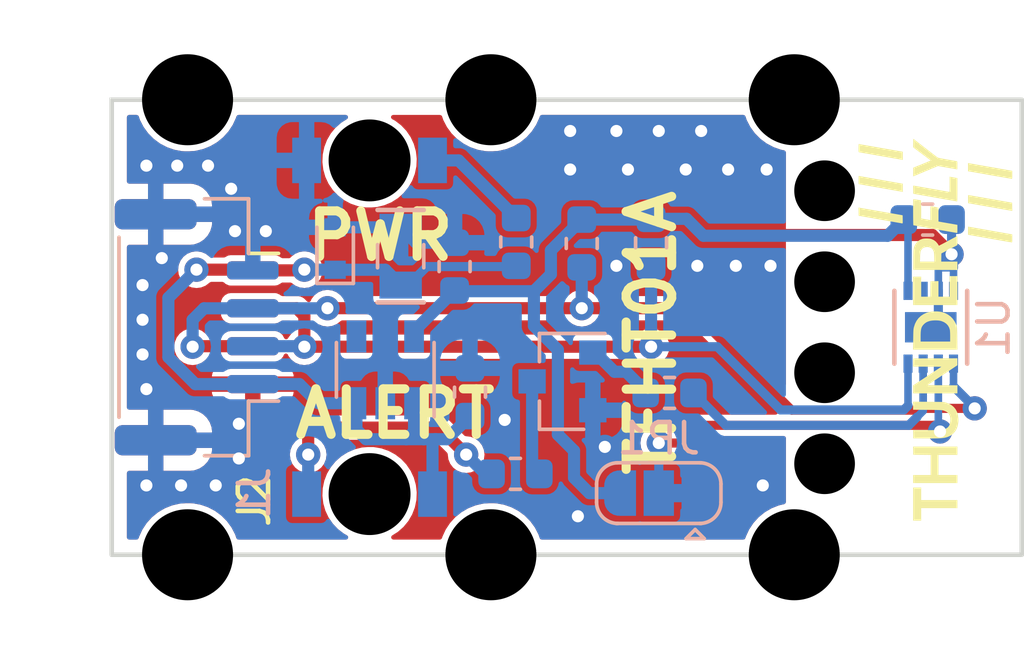
<source format=kicad_pcb>
(kicad_pcb (version 20210228) (generator pcbnew)
  (title_block (title "NAME") (date "%d. %m. %Y") (rev "REV") (company "Mlab www.mlab.cz") (comment 1 "VERSION") (comment 2 "Short description\\nTwo lines are maximum") (comment 3 "nickname <email@example.com>"))
  (layers (0 "F.Cu" jumper) (31 "B.Cu" signal) (36 "B.SilkS" user "B.Silkscreen") (37 "F.SilkS" user "F.Silkscreen") (38 "B.Mask" user) (39 "F.Mask" user) (44 "Edge.Cuts" user))
  (net 0 "")
  (net 1 "GND")
  (net 2 "Net-(D2-Pad2)")
  (net 3 "Net-(D3-Pad1)")
  (net 4 "+3V3")
  (net 5 "+5V")
  (net 6 "/SDA")
  (net 7 "/SCL")
  (net 8 "Net-(Q1-Pad1)")
  (net 9 "Net-(JP1-Pad2)")
  (net 10 "Net-(Q1-Pad3)")
  (net 11 "/ALERT")
  (footprint "MLAB_LOGA:TF 14x6,6" (layer "F.Cu") (at 27.1526 -7.3406 90)
    (fp_text reference "G***" hide)
    (fp_text value "LOGO" hide)
  )
  (footprint "Mlab_Mechanical:dira_2mm" (layer "F.Cu") (at 23.5 -12)
    (fp_text reference "REF**" hide)
    (fp_text value "dira_2mm" hide)
    (pad "" np_thru_hole circle locked (at 0 0) (size 2 2) (drill 2) (layers *.Mask))
  )
  (footprint "Mlab_Mechanical:dira_3mm" (layer "F.Cu") (at 12.5 -15)
    (fp_text reference "M4" hide)
    (fp_text value "M3" hide)
    (pad "" np_thru_hole circle locked (at 0 0) (size 3 3) (drill 3) (layers *.Mask))
  )
  (footprint "Connector_JST:JST_GH_SM04B-GHS-TB_1x04-1MP_P1.25mm_Horizontal" (layer "F.Cu") (at 2.8 -7.5 -90)
    (fp_text reference "J2" (at 5.722 -1.899 90) (layer "F.SilkS"))
    (fp_text value "SM04B-GHS-TB" hide)
    (pad "1" smd roundrect locked (at -1.875 -1.85 270) (size 0.6 1.7) (layers "F.Cu" "F.Paste" "F.Mask") (net 5 "+5V"))
    (pad "2" smd roundrect locked (at -0.625 -1.85 270) (size 0.6 1.7) (layers "F.Cu" "F.Paste" "F.Mask") (net 7 "/SCL"))
    (pad "3" smd roundrect locked (at 0.625 -1.85 270) (size 0.6 1.7) (layers "F.Cu" "F.Paste" "F.Mask") (net 6 "/SDA"))
    (pad "4" smd roundrect locked (at 1.875 -1.85 270) (size 0.6 1.7) (layers "F.Cu" "F.Paste" "F.Mask") (net 1 "GND"))
    (pad "MP" smd roundrect locked (at -3.725 1.35 270) (size 1 2.7) (layers "F.Cu" "F.Paste" "F.Mask") (net 1 "GND"))
    (pad "MP" smd roundrect locked (at 3.725 1.35 270) (size 1 2.7) (layers "F.Cu" "F.Paste" "F.Mask") (net 1 "GND"))
  )
  (footprint "Mlab_Mechanical:dira_3mm" (layer "F.Cu") (at 12.5 0)
    (fp_text reference "M2" hide)
    (fp_text value "M3" hide)
    (pad "" np_thru_hole circle locked (at 0 0) (size 3 3) (drill 3) (layers *.Mask))
  )
  (footprint "Mlab_Mechanical:dira_2mm" (layer "F.Cu") (at 23.5 -6)
    (fp_text reference "REF**" hide)
    (fp_text value "dira_2mm" hide)
    (pad "" np_thru_hole circle locked (at 0 0) (size 2 2) (drill 2) (layers *.Mask))
  )
  (footprint "Mlab_Mechanical:dira_2mm" (layer "F.Cu") (at 23.5 -9)
    (fp_text reference "REF**" hide)
    (fp_text value "dira_2mm" hide)
    (pad "" np_thru_hole circle locked (at 0 0) (size 2 2) (drill 2) (layers *.Mask))
  )
  (footprint "Mlab_Mechanical:dira_0.4mm" (layer "F.Cu") (at 22.86 -1.778)
    (fp_text reference "REF**" hide)
    (fp_text value "dira_0.4mm" hide)
  )
  (footprint "Mlab_Mechanical:dira_2mm" (layer "F.Cu") (at 23.5 -3)
    (fp_text reference "REF**" hide)
    (fp_text value "dira_2mm" hide)
    (pad "" np_thru_hole circle locked (at 0 0) (size 2 2) (drill 2) (layers *.Mask))
  )
  (footprint "Mlab_Mechanical:dira_3mm" (layer "F.Cu") (at 2.5 -15)
    (fp_text reference "M6" hide)
    (fp_text value "M3" hide)
    (pad "" np_thru_hole circle locked (at 0 0) (size 3 3) (drill 3) (layers *.Mask))
  )
  (footprint "Mlab_Mechanical:dira_3mm" (layer "F.Cu") (at 22.5 0)
    (fp_text reference "M5" hide)
    (fp_text value "M3" hide)
    (pad "" np_thru_hole circle locked (at 0 0) (size 3 3) (drill 3) (layers *.Mask))
  )
  (footprint "Mlab_Mechanical:dira_3mm" (layer "F.Cu") (at 22.5 -15)
    (fp_text reference "M1" hide)
    (fp_text value "M3" hide)
    (pad "" np_thru_hole circle locked (at 0 0) (size 3 3) (drill 3) (layers *.Mask))
  )
  (footprint "Mlab_Mechanical:dira_3mm" (layer "F.Cu") (at 2.5 0)
    (fp_text reference "M3" hide)
    (fp_text value "M3" hide)
    (pad "" np_thru_hole circle locked (at 0 0) (size 3 3) (drill 3) (layers *.Mask))
  )
  (footprint "Jumper:SolderJumper-3_P1.3mm_Bridged12_RoundedPad1.0x1.5mm" (layer "B.Cu") (at 18.034 -2.032 180)
    (fp_text reference "JP1" (at 0 1.8) (layer "B.SilkS") (effects (justify mirror)))
    (fp_text value "SolderJumper_3_Bridged12" hide)
    (fp_poly (pts (xy -0.9 0.3) (xy -0.4 0.3) (xy -0.4 -0.3) (xy -0.9 -0.3)) (layer "B.Cu") (width 0) (fill solid))
    (pad "1" smd custom locked (at -1.3 0 180) (size 1 0.5) (layers "B.Cu" "B.Mask") (net 1 "GND") (options (clearance outline) (anchor rect)) (primitives (gr_circle (center 0 -0.25) (end 0.5 -0.25) (width 0) (fill yes)) (gr_circle (center 0 0.25) (end 0.5 0.25) (width 0) (fill yes)) (gr_poly (pts (xy 0.55 0.75) (xy 0 0.75) (xy 0 -0.75) (xy 0.55 -0.75)) (width 0) (fill yes))))
    (pad "2" smd rect locked (at 0 0 180) (size 1 1.5) (layers "B.Cu" "B.Mask") (net 9 "Net-(JP1-Pad2)"))
    (pad "3" smd custom locked (at 1.3 0 180) (size 1 0.5) (layers "B.Cu" "B.Mask") (net 4 "+3V3") (options (clearance outline) (anchor rect)) (primitives (gr_circle (center 0 -0.25) (end 0.5 -0.25) (width 0) (fill yes)) (gr_circle (center 0 0.25) (end 0.5 0.25) (width 0) (fill yes)) (gr_poly (pts (xy -0.55 0.75) (xy 0 0.75) (xy 0 -0.75) (xy -0.55 -0.75)) (width 0) (fill yes))))
  )
  (footprint "Mlab_D:LED_1206" (layer "B.Cu") (at 8.5 -13 180)
    (fp_text reference "D2" hide)
    (fp_text value "LED GREEN" hide)
    (pad "" np_thru_hole circle locked (at 0 0 180) (size 2.7 2.7) (drill 2.7) (layers *.Mask))
    (pad "1" smd rect locked (at 2.075 0 180) (size 0.95 1.5) (layers "B.Cu" "B.Paste" "B.Mask") (net 1 "GND"))
    (pad "2" smd rect locked (at -2.075 0 180) (size 0.95 1.5) (layers "B.Cu" "B.Paste" "B.Mask") (net 2 "Net-(D2-Pad2)"))
  )
  (footprint "Mlab_R:SMD-0603" (layer "B.Cu") (at 11.811 -5.3595 90)
    (fp_text reference "C4" hide)
    (fp_text value "100nF" hide)
    (pad "1" smd roundrect locked (at -0.7875 0 90) (size 0.875 0.95) (layers "B.Cu" "B.Paste" "B.Mask") (net 5 "+5V"))
    (pad "2" smd roundrect locked (at 0.7875 0 90) (size 0.875 0.95) (layers "B.Cu" "B.Paste" "B.Mask") (net 1 "GND"))
  )
  (footprint "Diode_SMD:D_SOD-523" (layer "B.Cu") (at 7.366 -10.095 90)
    (fp_text reference "D1" hide)
    (fp_text value "BZX585-B5V6.115" hide)
    (pad "1" smd rect locked (at -0.7 0 270) (size 0.6 0.7) (layers "B.Cu" "B.Paste" "B.Mask") (net 5 "+5V"))
    (pad "2" smd rect locked (at 0.7 0 270) (size 0.6 0.7) (layers "B.Cu" "B.Paste" "B.Mask") (net 1 "GND"))
  )
  (footprint "Mlab_D:LED_1206" (layer "B.Cu") (at 8.5 -2 180)
    (fp_text reference "D3" hide)
    (fp_text value "LED RED" hide)
    (pad "" np_thru_hole circle locked (at 0 0 180) (size 2.7 2.7) (drill 2.7) (layers *.Mask))
    (pad "1" smd rect locked (at 2.075 0 180) (size 0.95 1.5) (layers "B.Cu" "B.Paste" "B.Mask") (net 3 "Net-(D3-Pad1)"))
    (pad "2" smd rect locked (at -2.075 0 180) (size 0.95 1.5) (layers "B.Cu" "B.Paste" "B.Mask") (net 5 "+5V"))
  )
  (footprint "Connector_JST:JST_GH_SM04B-GHS-TB_1x04-1MP_P1.25mm_Horizontal" (layer "B.Cu") (at 2.8 -7.5 90)
    (fp_text reference "J1" (at -5.468 1.899 90) (layer "B.SilkS") (effects (justify mirror)))
    (fp_text value "SM04B-GHS-TB" hide)
    (pad "1" smd roundrect locked (at -1.875 1.85 90) (size 0.6 1.7) (layers "B.Cu" "B.Paste" "B.Mask") (net 5 "+5V"))
    (pad "2" smd roundrect locked (at -0.625 1.85 90) (size 0.6 1.7) (layers "B.Cu" "B.Paste" "B.Mask") (net 7 "/SCL"))
    (pad "3" smd roundrect locked (at 0.625 1.85 90) (size 0.6 1.7) (layers "B.Cu" "B.Paste" "B.Mask") (net 6 "/SDA"))
    (pad "4" smd roundrect locked (at 1.875 1.85 90) (size 0.6 1.7) (layers "B.Cu" "B.Paste" "B.Mask") (net 1 "GND"))
    (pad "MP" smd roundrect locked (at -3.725 -1.35 90) (size 1 2.7) (layers "B.Cu" "B.Paste" "B.Mask") (net 1 "GND"))
    (pad "MP" smd roundrect locked (at 3.725 -1.35 90) (size 1 2.7) (layers "B.Cu" "B.Paste" "B.Mask") (net 1 "GND"))
  )
  (footprint "Mlab_R:SMD-0603" (layer "B.Cu") (at 18.3895 -5.334 180)
    (fp_text reference "R2" hide)
    (fp_text value "100R" hide)
    (pad "1" smd roundrect locked (at -0.7875 0 180) (size 0.875 0.95) (layers "B.Cu" "B.Paste" "B.Mask") (net 11 "/ALERT"))
    (pad "2" smd roundrect locked (at 0.7875 0 180) (size 0.875 0.95) (layers "B.Cu" "B.Paste" "B.Mask") (net 8 "Net-(Q1-Pad1)"))
  )
  (footprint "Mlab_IO:DFN-8-1EP_2.4x2.4mm_Pitch0.5mm" (layer "B.Cu") (at 27 -7.5 90)
    (fp_text reference "U1")
    (fp_text value "SHT31" hide)
    (fp_text user "${REFERENCE}" (at 0 2.075 90) (layer "B.SilkS") (effects (justify mirror)))
    (pad "1" smd rect locked (at -1.2 0.75 90) (size 0.6 0.3) (layers "B.Cu" "B.Paste" "B.Mask") (net 6 "/SDA"))
    (pad "2" smd rect locked (at -1.2 0.25 90) (size 0.6 0.3) (layers "B.Cu" "B.Paste" "B.Mask") (net 9 "Net-(JP1-Pad2)"))
    (pad "3" smd rect locked (at -1.2 -0.25 90) (size 0.6 0.3) (layers "B.Cu" "B.Paste" "B.Mask") (net 11 "/ALERT"))
    (pad "4" smd rect locked (at -1.2 -0.75 90) (size 0.6 0.3) (layers "B.Cu" "B.Paste" "B.Mask") (net 7 "/SCL"))
    (pad "5" smd rect locked (at 1.2 -0.75 90) (size 0.6 0.3) (layers "B.Cu" "B.Paste" "B.Mask") (net 4 "+3V3"))
    (pad "6" smd rect locked (at 1.2 -0.25 90) (size 0.6 0.3) (layers "B.Cu" "B.Paste" "B.Mask"))
    (pad "7" smd rect locked (at 1.2 0.25 90) (size 0.6 0.3) (layers "B.Cu" "B.Paste" "B.Mask") (net 1 "GND"))
    (pad "8" smd rect locked (at 1.2 0.75 90) (size 0.6 0.3) (layers "B.Cu" "B.Paste" "B.Mask") (net 1 "GND"))
    (pad "9" smd rect locked (at 0 0 90) (size 1 1.7) (layers "B.Cu" "B.Paste" "B.Mask") (net 1 "GND"))
  )
  (footprint "Mlab_R:SMD-0603" (layer "B.Cu") (at 26.8985 -11.049)
    (fp_text reference "C5" hide)
    (fp_text value "100nF" hide)
    (pad "1" smd roundrect locked (at -0.7875 0) (size 0.875 0.95) (layers "B.Cu" "B.Paste" "B.Mask") (net 4 "+3V3"))
    (pad "2" smd roundrect locked (at 0.7875 0) (size 0.875 0.95) (layers "B.Cu" "B.Paste" "B.Mask") (net 1 "GND"))
  )
  (footprint "Mlab_R:SMD-0603" (layer "B.Cu") (at 13.3095 -2.667)
    (fp_text reference "R4" hide)
    (fp_text value "180R" hide)
    (pad "1" smd roundrect locked (at -0.7875 0) (size 0.875 0.95) (layers "B.Cu" "B.Paste" "B.Mask") (net 3 "Net-(D3-Pad1)"))
    (pad "2" smd roundrect locked (at 0.7875 0) (size 0.875 0.95) (layers "B.Cu" "B.Paste" "B.Mask") (net 10 "Net-(Q1-Pad3)"))
  )
  (footprint "Mlab_R:SMD-0603" (layer "B.Cu") (at 11.303 -9.4995 90)
    (fp_text reference "C1" hide)
    (fp_text value "1uF" hide)
    (pad "1" smd roundrect locked (at -0.7875 0 90) (size 0.875 0.95) (layers "B.Cu" "B.Paste" "B.Mask") (net 4 "+3V3"))
    (pad "2" smd roundrect locked (at 0.7875 0 90) (size 0.875 0.95) (layers "B.Cu" "B.Paste" "B.Mask") (net 1 "GND"))
  )
  (footprint "Package_TO_SOT_SMD:SOT-23" (layer "B.Cu") (at 14.859 -5.715 180)
    (fp_text reference "Q1" hide)
    (fp_text value "BC817" hide)
    (pad "1" smd rect locked (at -1 0.95 180) (size 0.9 0.8) (layers "B.Cu" "B.Paste" "B.Mask") (net 8 "Net-(Q1-Pad1)"))
    (pad "2" smd rect locked (at -1 -0.95 180) (size 0.9 0.8) (layers "B.Cu" "B.Paste" "B.Mask") (net 1 "GND"))
    (pad "3" smd rect locked (at 1 0 180) (size 0.9 0.8) (layers "B.Cu" "B.Paste" "B.Mask") (net 10 "Net-(Q1-Pad3)"))
  )
  (footprint "Mlab_R:SMD-0805" (layer "B.Cu") (at 9.525 -9.8425 90)
    (fp_text reference "C3")
    (fp_text value "10uF")
    (pad "1" smd rect locked (at -0.9525 0 90) (size 0.889 1.397) (layers "B.Cu" "B.Paste" "B.Mask") (net 5 "+5V"))
    (pad "2" smd rect locked (at 0.9525 0 90) (size 0.889 1.397) (layers "B.Cu" "B.Paste" "B.Mask") (net 1 "GND"))
  )
  (footprint "Package_TO_SOT_SMD:SOT-23-5" (layer "B.Cu") (at 9.017 -6.096 90)
    (fp_text reference "U3" hide)
    (fp_text value "MIC5504-3.3YM5" hide)
    (pad "1" smd rect locked (at -1.1 0.95 90) (size 1.06 0.65) (layers "B.Cu" "B.Paste" "B.Mask") (net 5 "+5V"))
    (pad "2" smd rect locked (at -1.1 0 90) (size 1.06 0.65) (layers "B.Cu" "B.Paste" "B.Mask") (net 1 "GND"))
    (pad "3" smd rect locked (at -1.1 -0.95 90) (size 1.06 0.65) (layers "B.Cu" "B.Paste" "B.Mask") (net 5 "+5V"))
    (pad "4" smd rect locked (at 1.1 -0.95 90) (size 1.06 0.65) (layers "B.Cu" "B.Paste" "B.Mask"))
    (pad "5" smd rect locked (at 1.1 0.95 90) (size 1.06 0.65) (layers "B.Cu" "B.Paste" "B.Mask") (net 4 "+3V3"))
  )
  (footprint "Mlab_R:SMD-0603" (layer "B.Cu") (at 17.78 -10.287 -90)
    (fp_text reference "R3" hide)
    (fp_text value "10k" hide)
    (pad "1" smd roundrect locked (at -0.7875 0 270) (size 0.875 0.95) (layers "B.Cu" "B.Paste" "B.Mask") (net 4 "+3V3"))
    (pad "2" smd roundrect locked (at 0.7875 0 270) (size 0.875 0.95) (layers "B.Cu" "B.Paste" "B.Mask") (net 7 "/SCL"))
  )
  (footprint "Mlab_R:SMD-0603" (layer "B.Cu") (at 15.494 -10.2615 -90)
    (fp_text reference "R10" hide)
    (fp_text value "10k" hide)
    (pad "1" smd roundrect locked (at -0.7875 0 270) (size 0.875 0.95) (layers "B.Cu" "B.Paste" "B.Mask") (net 4 "+3V3"))
    (pad "2" smd roundrect locked (at 0.7875 0 270) (size 0.875 0.95) (layers "B.Cu" "B.Paste" "B.Mask") (net 6 "/SDA"))
  )
  (footprint "Mlab_R:SMD-0603" (layer "B.Cu") (at 13.335 -10.3125 90)
    (fp_text reference "R1" hide)
    (fp_text value "180R" hide)
    (pad "1" smd roundrect locked (at -0.7875 0 90) (size 0.875 0.95) (layers "B.Cu" "B.Paste" "B.Mask") (net 5 "+5V"))
    (pad "2" smd roundrect locked (at 0.7875 0 90) (size 0.875 0.95) (layers "B.Cu" "B.Paste" "B.Mask") (net 2 "Net-(D2-Pad2)"))
  )
  (gr_rect (start 0 -15) (end 30 0) (layer "Edge.Cuts") (width 0.15) (fill none))
  (gr_text "PWR" (at 6.2992 -10.5156) (layer "F.SilkS") (effects (font (size 1.5 1.5) (thickness 0.3)) (justify left)))
  (gr_text "TFHT01A" (at 17.78 -7.3152 90) (layer "F.SilkS") (effects (font (size 1.5 1.5) (thickness 0.3))))
  (gr_text "ALERT" (at 5.8928 -4.6482) (layer "F.SilkS") (effects (font (size 1.5 1.5) (thickness 0.3)) (justify left)))
  (segment (start 27.686 -9.906) (end 27.051 -10.541) (width 0.4) (layer "F.Cu") (net 1))
  (segment (start 21.59 -10.541) (end 20.574 -9.525) (width 0.4) (layer "F.Cu") (net 1))
  (segment (start 27.051 -10.541) (end 21.59 -10.541) (width 0.4) (layer "F.Cu") (net 1))
  (via (at 4.191 -4.318) (size 0.8) (drill 0.4) (layers "F.Cu" "B.Cu") (net 1))
  (via (at 1.143 -12.827) (size 0.8) (drill 0.4) (layers "F.Cu" "B.Cu") (net 1))
  (via (at 19.431 -13.97) (size 0.8) (drill 0.4) (layers "F.Cu" "B.Cu") (net 1))
  (via (at 12.954 -4.445) (size 0.8) (drill 0.4) (layers "F.Cu" "B.Cu") (net 1))
  (via (at 27.686 -9.906) (size 0.8) (drill 0.4) (layers "F.Cu" "B.Cu") (net 1))
  (via (at 19.304 -9.525) (size 0.8) (drill 0.4) (layers "F.Cu" "B.Cu") (net 1))
  (via (at 20.32 -12.7) (size 0.8) (drill 0.4) (layers "F.Cu" "B.Cu") (net 1))
  (via (at 17.018 -12.7) (size 0.8) (drill 0.4) (layers "F.Cu" "B.Cu") (net 1))
  (via (at 16.256 -3.556) (size 0.8) (drill 0.4) (layers "F.Cu" "B.Cu") (net 1))
  (via (at 3.937 -12.065) (size 0.8) (drill 0.4) (layers "F.Cu" "B.Cu") (net 1))
  (via (at 2.159 -12.827) (size 0.8) (drill 0.4) (layers "F.Cu" "B.Cu") (net 1))
  (via (at 3.175 -12.827) (size 0.8) (drill 0.4) (layers "F.Cu" "B.Cu") (net 1))
  (via (at 18.923 -12.7) (size 0.8) (drill 0.4) (layers "F.Cu" "B.Cu") (net 1))
  (via (at 1.143 -5.461) (size 0.8) (drill 0.4) (layers "F.Cu" "B.Cu") (net 1))
  (via (at 1.143 -2.286) (size 0.8) (drill 0.4) (layers "F.Cu" "B.Cu") (net 1))
  (via (at 15.367 -1.27) (size 0.8) (drill 0.4) (layers "F.Cu" "B.Cu") (net 1))
  (via (at 15.113 -12.7) (size 0.8) (drill 0.4) (layers "F.Cu" "B.Cu") (net 1))
  (via (at 15.113 -13.97) (size 0.8) (drill 0.4) (layers "F.Cu" "B.Cu") (net 1))
  (via (at 1.651 -9.779) (size 0.8) (drill 0.4) (layers "F.Cu" "B.Cu") (net 1))
  (via (at 18.034 -13.97) (size 0.8) (drill 0.4) (layers "F.Cu" "B.Cu") (net 1))
  (via (at 3.429 -2.286) (size 0.8) (drill 0.4) (layers "F.Cu" "B.Cu") (net 1))
  (via (at 16.637 -13.97) (size 0.8) (drill 0.4) (layers "F.Cu" "B.Cu") (net 1))
  (via (at 4.191 -3.175) (size 0.8) (drill 0.4) (layers "F.Cu" "B.Cu") (net 1))
  (via (at 1.016 -8.89) (size 0.8) (drill 0.4) (layers "F.Cu" "B.Cu") (net 1))
  (via (at 2.286 -2.286) (size 0.8) (drill 0.4) (layers "F.Cu" "B.Cu") (net 1))
  (via (at 21.59 -12.7) (size 0.8) (drill 0.4) (layers "F.Cu" "B.Cu") (net 1))
  (via (at 5.08 -10.668) (size 0.8) (drill 0.4) (layers "F.Cu" "B.Cu") (net 1))
  (via (at 16.637 -9.525) (size 0.8) (drill 0.4) (layers "F.Cu" "B.Cu") (net 1))
  (via (at 1.016 -7.747) (size 0.8) (drill 0.4) (layers "F.Cu" "B.Cu") (net 1))
  (via (at 21.717 -9.525) (size 0.8) (drill 0.4) (layers "F.Cu" "B.Cu") (net 1))
  (via (at 21.463 -2.286) (size 0.8) (drill 0.4) (layers "F.Cu" "B.Cu") (net 1))
  (via (at 20.574 -9.525) (size 0.8) (drill 0.4) (layers "F.Cu" "B.Cu") (net 1))
  (via (at 1.016 -6.604) (size 0.8) (drill 0.4) (layers "F.Cu" "B.Cu") (net 1))
  (via (at 4.064 -10.668) (size 0.8) (drill 0.4) (layers "F.Cu" "B.Cu") (net 1))
  (segment (start 27.25 -7.75) (end 27 -7.5) (width 0.3) (layer "B.Cu") (net 1))
  (segment (start 27.75 -9.461) (end 27.259 -9.461) (width 0.25) (layer "B.Cu") (net 1))
  (segment (start 10.033 -10.287) (end 9.525 -10.795) (width 0.4) (layer "B.Cu") (net 1))
  (segment (start 18.923 -12.7) (end 17.018 -12.7) (width 0.3) (layer "B.Cu") (net 1))
  (segment (start 19.685 -11.938) (end 18.923 -12.7) (width 0.3) (layer "B.Cu") (net 1))
  (segment (start 21.59 -12.7) (end 20.32 -12.7) (width 0.3) (layer "B.Cu") (net 1))
  (segment (start 7.366 -10.795) (end 9.525 -10.795) (width 0.4) (layer "B.Cu") (net 1))
  (segment (start 27.75 -10.985) (end 27.686 -11.049) (width 0.3) (layer "B.Cu") (net 1))
  (segment (start 20.447 -11.938) (end 19.685 -11.938) (width 0.3) (layer "B.Cu") (net 1))
  (segment (start 11.303 -10.287) (end 10.033 -10.287) (width 0.4) (layer "B.Cu") (net 1))
  (segment (start 4.627 -9.398) (end 4.65 -9.375) (width 0.4) (layer "B.Cu") (net 1))
  (segment (start 27.25 -9.47) (end 27.686 -9.906) (width 0.25) (layer "B.Cu") (net 1))
  (segment (start 27.686 -11.049) (end 27.686 -11.176) (width 0.3) (layer "B.Cu") (net 1))
  (segment (start 17.018 -12.7) (end 15.113 -12.7) (width 0.3) (layer "B.Cu") (net 1))
  (segment (start 27.75 -9.461) (end 27.75 -9.842) (width 0.3) (layer "B.Cu") (net 1))
  (segment (start 27.25 -8.7) (end 27.25 -7.75) (width 0.3) (layer "B.Cu") (net 1))
  (segment (start 27.25 -8.7) (end 27.25 -9.47) (width 0.25) (layer "B.Cu") (net 1))
  (segment (start 27.75 -9.842) (end 27.686 -9.906) (width 0.3) (layer "B.Cu") (net 1))
  (segment (start 20.32 -12.7) (end 18.923 -12.7) (width 0.3) (layer "B.Cu") (net 1))
  (segment (start 27.686 -11.049) (end 27.686 -9.906) (width 0.3) (layer "B.Cu") (net 1))
  (segment (start 27.259 -9.461) (end 27.25 -9.47) (width 0.25) (layer "B.Cu") (net 1))
  (segment (start 20.574 -12.065) (end 20.447 -11.938) (width 0.3) (layer "B.Cu") (net 1))
  (segment (start 27.75 -8.7) (end 27.75 -9.461) (width 0.25) (layer "B.Cu") (net 1))
  (segment (start 10.575 -13) (end 11.435 -13) (width 0.4) (layer "B.Cu") (net 2))
  (segment (start 11.435 -13) (end 13.335 -11.1) (width 0.4) (layer "B.Cu") (net 2))
  (segment (start 6.731 -4.191) (end 6.477 -3.937) (width 0.4) (layer "F.Cu") (net 3))
  (segment (start 10.795 -4.191) (end 6.731 -4.191) (width 0.4) (layer "F.Cu") (net 3))
  (segment (start 6.477 -3.937) (end 6.477 -3.302) (width 0.4) (layer "F.Cu") (net 3))
  (segment (start 11.684 -3.302) (end 10.795 -4.191) (width 0.4) (layer "F.Cu") (net 3))
  (via (at 6.477 -3.302) (size 0.8) (drill 0.4) (layers "F.Cu" "B.Cu") (net 3))
  (via (at 11.684 -3.302) (size 0.8) (drill 0.4) (layers "F.Cu" "B.Cu") (net 3))
  (segment (start 12.522 -2.667) (end 12.319 -2.667) (width 0.4) (layer "B.Cu") (net 3))
  (segment (start 6.477 -3.302) (end 6.477 -2.052) (width 0.4) (layer "B.Cu") (net 3))
  (segment (start 12.319 -2.667) (end 11.684 -3.302) (width 0.4) (layer "B.Cu") (net 3))
  (segment (start 6.477 -2.052) (end 6.425 -2) (width 0.4) (layer "B.Cu") (net 3))
  (segment (start 26.25 -10.91) (end 26.111 -11.049) (width 0.3) (layer "B.Cu") (net 4))
  (segment (start 25.5776 -10.5156) (end 26.111 -11.049) (width 0.4) (layer "B.Cu") (net 4))
  (segment (start 17.7545 -11.049) (end 17.78 -11.0745) (width 0.4) (layer "B.Cu") (net 4))
  (segment (start 13.91802 -8.68798) (end 14.478 -9.24796) (width 0.4) (layer "B.Cu") (net 4))
  (segment (start 15.24 -3.429) (end 15.24 -2.54) (width 0.4) (layer "B.Cu") (net 4))
  (segment (start 18.9483 -11.0745) (end 19.5072 -10.5156) (width 0.4) (layer "B.Cu") (net 4))
  (segment (start 26.25 -8.7) (end 26.25 -10.91) (width 0.25) (layer "B.Cu") (net 4))
  (segment (start 19.5072 -10.5156) (end 25.5776 -10.5156) (width 0.4) (layer "B.Cu") (net 4))
  (segment (start 13.91802 -7.54498) (end 14.708511 -6.754489) (width 0.4) (layer "B.Cu") (net 4))
  (segment (start 14.708511 -3.960489) (end 15.24 -3.429) (width 0.4) (layer "B.Cu") (net 4))
  (segment (start 15.494 -11.049) (end 17.7545 -11.049) (width 0.4) (layer "B.Cu") (net 4))
  (segment (start 11.303 -8.712) (end 11.32702 -8.68798) (width 0.4) (layer "B.Cu") (net 4))
  (segment (start 14.478 -9.24796) (end 14.478 -10.033) (width 0.4) (layer "B.Cu") (net 4))
  (segment (start 9.967 -7.196) (end 9.967 -7.376) (width 0.4) (layer "B.Cu") (net 4))
  (segment (start 13.91802 -8.68798) (end 13.91802 -7.54498) (width 0.4) (layer "B.Cu") (net 4))
  (segment (start 14.478 -10.033) (end 15.494 -11.049) (width 0.4) (layer "B.Cu") (net 4))
  (segment (start 17.78 -11.0745) (end 18.9483 -11.0745) (width 0.4) (layer "B.Cu") (net 4))
  (segment (start 15.748 -2.032) (end 16.734 -2.032) (width 0.4) (layer "B.Cu") (net 4))
  (segment (start 14.708511 -6.754489) (end 14.708511 -3.960489) (width 0.4) (layer "B.Cu") (net 4))
  (segment (start 11.32702 -8.68798) (end 13.91802 -8.68798) (width 0.4) (layer "B.Cu") (net 4))
  (segment (start 15.24 -2.54) (end 15.748 -2.032) (width 0.4) (layer "B.Cu") (net 4))
  (segment (start 9.967 -7.376) (end 11.303 -8.712) (width 0.4) (layer "B.Cu") (net 4))
  (segment (start 4.627 -9.398) (end 4.65 -9.375) (width 0.4) (layer "F.Cu") (net 5))
  (segment (start 6.327 -9.375) (end 6.35 -9.398) (width 0.4) (layer "F.Cu") (net 5))
  (segment (start 4.65 -9.375) (end 6.327 -9.375) (width 0.4) (layer "F.Cu") (net 5))
  (segment (start 2.794 -9.398) (end 4.627 -9.398) (width 0.4) (layer "F.Cu") (net 5))
  (via (at 2.794 -9.398) (size 0.8) (drill 0.4) (layers "F.Cu" "B.Cu") (net 5))
  (via (at 6.35 -9.398) (size 0.8) (drill 0.4) (layers "F.Cu" "B.Cu") (net 5))
  (segment (start 7.366 -9.395) (end 9.02 -9.395) (width 0.4) (layer "B.Cu") (net 5))
  (segment (start 1.867489 -8.471489) (end 2.794 -9.398) (width 0.4) (layer "B.Cu") (net 5))
  (segment (start 9.525 -8.89) (end 9.779 -8.89) (width 0.3) (layer "B.Cu") (net 5))
  (segment (start 7.363 -9.398) (end 7.366 -9.395) (width 0.4) (layer "B.Cu") (net 5))
  (segment (start 13.335 -9.525) (end 13.30998 -9.49998) (width 0.3) (layer "B.Cu") (net 5))
  (segment (start 9.711 -3.81) (end 10.287 -3.81) (width 0.4) (layer "B.Cu") (net 5))
  (segment (start 8.067 -4.996) (end 8.067 -4.125) (width 0.4) (layer "B.Cu") (net 5))
  (segment (start 9.711 -3.81) (end 9.967 -4.066) (width 0.4) (layer "B.Cu") (net 5))
  (segment (start 8.382 -3.81) (end 9.711 -3.81) (width 0.4) (layer "B.Cu") (net 5))
  (segment (start 4.65 -5.625) (end 6.186 -5.625) (width 0.4) (layer "B.Cu") (net 5))
  (segment (start 13.30998 -9.49998) (end 10.38898 -9.49998) (width 0.3) (layer "B.Cu") (net 5))
  (segment (start 10.668 -3.81) (end 11.049 -3.81) (width 0.4) (layer "B.Cu") (net 5))
  (segment (start 6.186 -5.625) (end 6.815 -4.996) (width 0.4) (layer "B.Cu") (net 5))
  (segment (start 8.067 -4.125) (end 8.382 -3.81) (width 0.4) (layer "B.Cu") (net 5))
  (segment (start 9.02 -9.395) (end 9.525 -8.89) (width 0.4) (layer "B.Cu") (net 5))
  (segment (start 10.287 -3.81) (end 10.668 -3.81) (width 0.4) (layer "B.Cu") (net 5))
  (segment (start 4.65 -5.625) (end 2.757 -5.625) (width 0.4) (layer "B.Cu") (net 5))
  (segment (start 6.35 -9.398) (end 7.363 -9.398) (width 0.4) (layer "B.Cu") (net 5))
  (segment (start 9.967 -4.257) (end 9.967 -4.13) (width 0.4) (layer "B.Cu") (net 5))
  (segment (start 9.779 -8.89) (end 10.38898 -9.49998) (width 0.3) (layer "B.Cu") (net 5))
  (segment (start 10.575 -3.717) (end 10.668 -3.81) (width 0.4) (layer "B.Cu") (net 5))
  (segment (start 2.757 -5.625) (end 1.867489 -6.514511) (width 0.4) (layer "B.Cu") (net 5))
  (segment (start 9.967 -4.066) (end 9.967 -4.257) (width 0.4) (layer "B.Cu") (net 5))
  (segment (start 9.967 -4.13) (end 10.287 -3.81) (width 0.4) (layer "B.Cu") (net 5))
  (segment (start 10.575 -2) (end 10.575 -3.717) (width 0.4) (layer "B.Cu") (net 5))
  (segment (start 9.967 -4.257) (end 9.967 -4.996) (width 0.4) (layer "B.Cu") (net 5))
  (segment (start 11.811 -4.572) (end 11.049 -3.81) (width 0.4) (layer "B.Cu") (net 5))
  (segment (start 6.815 -4.996) (end 8.067 -4.996) (width 0.4) (layer "B.Cu") (net 5))
  (segment (start 1.867489 -6.514511) (end 1.867489 -8.471489) (width 0.4) (layer "B.Cu") (net 5))
  (segment (start 26.6192 -4.826) (end 28.448 -4.826) (width 0.3) (layer "F.Cu") (net 6))
  (segment (start 22.41128 -4.76672) (end 19.05 -8.128) (width 0.3) (layer "F.Cu") (net 6))
  (segment (start 26.55992 -4.76672) (end 22.41128 -4.76672) (width 0.3) (layer "F.Cu") (net 6))
  (segment (start 4.65 -6.875) (end 2.684 -6.875) (width 0.4) (layer "F.Cu") (net 6))
  (segment (start 2.684 -6.875) (end 2.667 -6.858) (width 0.4) (layer "F.Cu") (net 6))
  (segment (start 15.494 -8.128) (end 19.05 -8.128) (width 0.4) (layer "F.Cu") (net 6))
  (segment (start 7.112 -8.128) (end 15.494 -8.128) (width 0.4) (layer "F.Cu") (net 6))
  (segment (start 26.55992 -4.76672) (end 26.6192 -4.826) (width 0.3) (layer "F.Cu") (net 6))
  (via (at 2.667 -6.858) (size 0.8) (drill 0.4) (layers "F.Cu" "B.Cu") (net 6))
  (via (at 7.112 -8.128) (size 0.8) (drill 0.4) (layers "F.Cu" "B.Cu") (net 6))
  (via (at 15.494 -8.128) (size 0.8) (drill 0.4) (layers "F.Cu" "B.Cu") (net 6))
  (via (at 28.448 -4.826) (size 0.8) (drill 0.4) (layers "F.Cu" "B.Cu") (net 6))
  (segment (start 27.75 -5.548805) (end 28.448 -4.850805) (width 0.3) (layer "B.Cu") (net 6))
  (segment (start 3.045 -8.125) (end 4.65 -8.125) (width 0.4) (layer "B.Cu") (net 6))
  (segment (start 2.667 -7.747) (end 3.045 -8.125) (width 0.4) (layer "B.Cu") (net 6))
  (segment (start 27.75 -6.3) (end 27.75 -5.548805) (width 0.25) (layer "B.Cu") (net 6))
  (segment (start 15.494 -9.474) (end 15.494 -8.128) (width 0.4) (layer "B.Cu") (net 6))
  (segment (start 7.109 -8.125) (end 4.65 -8.125) (width 0.4) (layer "B.Cu") (net 6))
  (segment (start 7.112 -8.128) (end 7.109 -8.125) (width 0.4) (layer "B.Cu") (net 6))
  (segment (start 28.448 -4.850805) (end 28.448 -4.826) (width 0.3) (layer "B.Cu") (net 6))
  (segment (start 2.667 -6.858) (end 2.667 -7.747) (width 0.4) (layer "B.Cu") (net 6))
  (segment (start 6.099 -8.125) (end 6.35 -7.874) (width 0.4) (layer "F.Cu") (net 7))
  (segment (start 6.35 -7.874) (end 6.35 -6.858) (width 0.4) (layer "F.Cu") (net 7))
  (segment (start 6.35 -6.858) (end 17.78 -6.858) (width 0.4) (layer "F.Cu") (net 7))
  (segment (start 4.65 -8.125) (end 6.099 -8.125) (width 0.4) (layer "F.Cu") (net 7))
  (via (at 6.35 -6.858) (size 0.8) (drill 0.4) (layers "F.Cu" "B.Cu") (net 7))
  (via (at 17.78 -6.858) (size 0.8) (drill 0.4) (layers "F.Cu" "B.Cu") (net 7))
  (segment (start 6.35 -6.858) (end 6.333 -6.875) (width 0.4) (layer "B.Cu") (net 7))
  (segment (start 26.25 -4.914) (end 26.1112 -4.7752) (width 0.3) (layer "B.Cu") (net 7))
  (segment (start 17.78 -9.4995) (end 17.78 -6.858) (width 0.4) (layer "B.Cu") (net 7))
  (segment (start 19.9644 -6.858) (end 17.78 -6.858) (width 0.3) (layer "B.Cu") (net 7))
  (segment (start 26.25 -6.3) (end 26.25 -4.914) (width 0.25) (layer "B.Cu") (net 7))
  (segment (start 26.1112 -4.7752) (end 22.0472 -4.7752) (width 0.3) (layer "B.Cu") (net 7))
  (segment (start 6.333 -6.875) (end 4.65 -6.875) (width 0.4) (layer "B.Cu") (net 7))
  (segment (start 22.0472 -4.7752) (end 19.9644 -6.858) (width 0.3) (layer "B.Cu") (net 7))
  (segment (start 15.941 -6.665) (end 16.5735 -6.0325) (width 0.4) (layer "B.Cu") (net 8))
  (segment (start 17.602 -5.334) (end 17.602 -5.385) (width 0.4) (layer "B.Cu") (net 8))
  (segment (start 16.9545 -6.0325) (end 16.5735 -6.0325) (width 0.4) (layer "B.Cu") (net 8))
  (segment (start 15.859 -6.665) (end 15.941 -6.665) (width 0.4) (layer "B.Cu") (net 8))
  (segment (start 17.602 -5.385) (end 16.9545 -6.0325) (width 0.4) (layer "B.Cu") (net 8))
  (segment (start 27.1018 -4.2672) (end 27.305 -4.064) (width 0.3) (layer "F.Cu") (net 9))
  (segment (start 18.034 -3.683) (end 18.7198 -3.683) (width 0.3) (layer "F.Cu") (net 9))
  (segment (start 19.304 -4.2672) (end 27.1018 -4.2672) (width 0.3) (layer "F.Cu") (net 9))
  (segment (start 18.7198 -3.683) (end 19.304 -4.2672) (width 0.3) (layer "F.Cu") (net 9))
  (via (at 27.305 -4.064) (size 0.8) (drill 0.4) (layers "F.Cu" "B.Cu") (net 9))
  (via (at 18.034 -3.683) (size 0.8) (drill 0.4) (layers "F.Cu" "B.Cu") (net 9))
  (segment (start 27.25 -4.119) (end 27.305 -4.064) (width 0.3) (layer "B.Cu") (net 9))
  (segment (start 18.034 -2.032) (end 18.034 -3.683) (width 0.3) (layer "B.Cu") (net 9))
  (segment (start 27.25 -6.3) (end 27.25 -4.119) (width 0.25) (layer "B.Cu") (net 9))
  (segment (start 13.859 -5.715) (end 13.859 -2.905) (width 0.4) (layer "B.Cu") (net 10))
  (segment (start 13.859 -2.905) (end 14.097 -2.667) (width 0.4) (layer "B.Cu") (net 10))
  (segment (start 26.75 -5.033) (end 26.75 -4.926216) (width 0.25) (layer "B.Cu") (net 11))
  (segment (start 26.724519 -4.717447) (end 26.548336 -4.541264) (width 0.25) (layer "B.Cu") (net 11))
  (segment (start 26.274272 -4.2672) (end 20.2438 -4.2672) (width 0.3) (layer "B.Cu") (net 11))
  (segment (start 26.75 -4.742928) (end 26.548336 -4.541264) (width 0.25) (layer "B.Cu") (net 11))
  (segment (start 26.548336 -4.541264) (end 26.274272 -4.2672) (width 0.3) (layer "B.Cu") (net 11))
  (segment (start 19.177 -5.207) (end 19.177 -5.334) (width 0.4) (layer "B.Cu") (net 11))
  (segment (start 26.75 -6.3) (end 26.75 -5.033) (width 0.25) (layer "B.Cu") (net 11))
  (segment (start 26.75 -6.3) (end 26.75 -4.742928) (width 0.25) (layer "B.Cu") (net 11))
  (segment (start 20.2438 -4.2672) (end 19.177 -5.334) (width 0.3) (layer "B.Cu") (net 11))
  (segment (start 26.75 -4.779) (end 26.75 -5.033) (width 0.25) (layer "B.Cu") (net 11))
  (zone (net 1) (net_name "GND") (layers F&B.Cu) (connect_pads (clearance 0.2)) (min_thickness 0.15) (fill yes (thermal_gap 0.508) (thermal_bridge_width 0.508))
    (polygon (pts (xy 22.225 -18.034) (xy 22.225 2.794) (xy -3.683 3.175) (xy -3.048 -18.161) (xy -2.921 -18.288)))
  )
)
</source>
